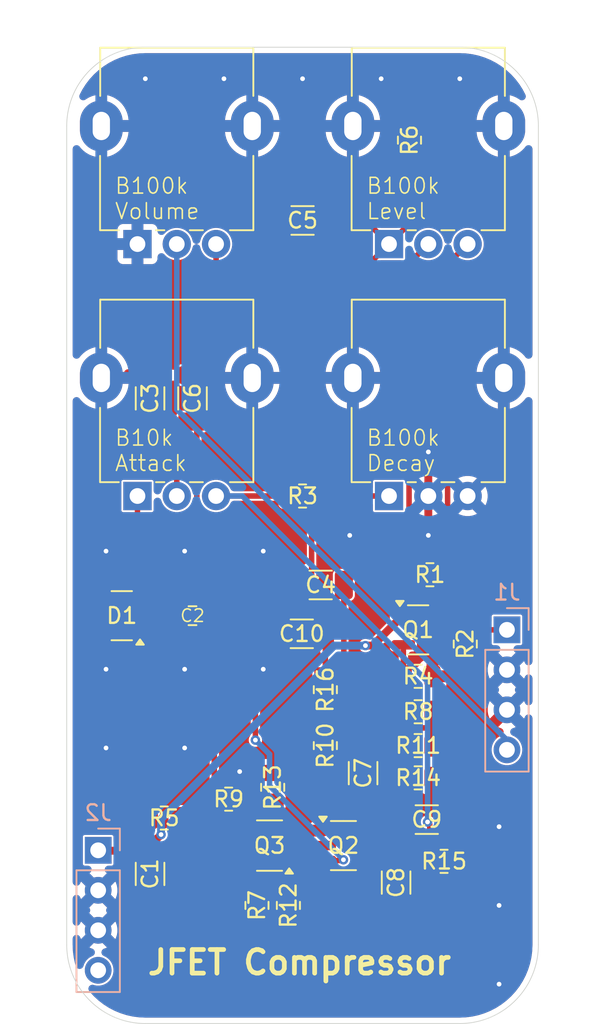
<source format=kicad_pcb>
(kicad_pcb (version 20231212) (generator "pcbnew") (generator_version "9.0")
  (layers (0 "F.Cu" signal) (2 "B.Cu" signal) (13 "F.Paste" user) (15 "B.Paste" user) (5 "F.SilkS" user "F.Silkscreen") (7 "B.SilkS" user "B.Silkscreen") (1 "F.Mask" user) (3 "B.Mask" user) (25 "Edge.Cuts" user))
  (net 0 "")
  (net 1 "GND")
  (net 2 "AMP_OUT")
  (net 3 "LEVEL")
  (net 4 "+V")
  (net 5 "Net-(D1-COM)")
  (net 6 "AMP_IN")
  (net 7 "BUF_IN")
  (net 8 "BASELEVEL")
  (net 9 "Net-(C3-Pad1)")
  (net 10 "OUT")
  (net 11 "IN")
  (net 13 "RECT")
  (net 14 "Net-(D1-K)")
  (net 15 "Net-(C6-Pad2)")
  (net 16 "Net-(C7-Pad1)")
  (net 17 "Net-(Q3A-B1)")
  (net 18 "Net-(Q2B-G)")
  (net 19 "Net-(C9-Pad1)")
  (net 20 "Net-(Q2B-D)")
  (net 21 "Net-(Q3A-E1)")
  (net 22 "Net-(Q3A-C1)")
  (net 23 "Net-(R1-Pad1)")
  (net 24 "Net-(R3-Pad1)")
  (footprint "Resistor_SMD:R_0805_2012Metric" (layer "F.Cu") (at 108.1 96.5 180)
    (property "Reference" "R1" (at 0 0 0) (layer "F.SilkS"))
    (property "Value" "150k")
    (fp_line (start -0.227064 0.735) (end 0.227064 0.735) (stroke (width 0.12)) (layer "F.SilkS"))
    (fp_line (start -0.227064 -0.735) (end 0.227064 -0.735) (stroke (width 0.12)) (layer "F.SilkS"))
    (pad "1" smd roundrect (at -0.9125 0 180) (size 1.025 1.4) (layers "F.Cu" "F.Mask" "F.Paste") (roundrect_rratio 0.243902) (net 23 "Net-(R1-Pad1)"))
    (pad "2" smd roundrect (at 0.9125 0 180) (size 1.025 1.4) (layers "F.Cu" "F.Mask" "F.Paste") (roundrect_rratio 0.243902) (net 4 "+V"))
  )
  (footprint "Capacitor_SMD:C_1206_3216Metric" (layer "F.Cu") (at 90.3 115.5 -90)
    (property "Reference" "C1" (at 0 0 90) (layer "F.SilkS"))
    (property "Value" "22uF")
    (fp_line (start -0.711252 0.91) (end 0.711252 0.91) (stroke (width 0.12)) (layer "F.SilkS"))
    (fp_line (start -0.711252 -0.91) (end 0.711252 -0.91) (stroke (width 0.12)) (layer "F.SilkS"))
    (pad "1" smd roundrect (at -1.475 0 270) (size 1.15 1.8) (layers "F.Cu" "F.Mask" "F.Paste") (roundrect_rratio 0.217391) (net 4 "+V"))
    (pad "2" smd roundrect (at 1.475 0 270) (size 1.15 1.8) (layers "F.Cu" "F.Mask" "F.Paste") (roundrect_rratio 0.217391) (net 1 "GND"))
  )
  (footprint "Mylib:Potentiometer_9mm_MP" (layer "F.Cu") (at 92 84)
    (property "Reference" "RV1" (hide yes))
    (property "Value" "10k Attack" (hide yes))
    (fp_line (start -4.88 6.62) (end -4.88 1.9) (stroke (width 0.12)) (layer "F.SilkS"))
    (fp_line (start -4.87 -1.91) (end -4.87 -4.97) (stroke (width 0.12)) (layer "F.SilkS"))
    (fp_line (start -3.69 6.62) (end -4.87 6.62) (stroke (width 0.12)) (layer "F.SilkS"))
    (fp_line (start -0.79 6.62) (end -1.32 6.62) (stroke (width 0.12)) (layer "F.SilkS"))
    (fp_line (start 1.66 6.62) (end 0.83 6.62) (stroke (width 0.12)) (layer "F.SilkS"))
    (fp_line (start 4.87 -4.97) (end -4.87 -4.97) (stroke (width 0.12)) (layer "F.SilkS"))
    (fp_line (start 4.87 -1.91) (end 4.87 -4.97) (stroke (width 0.12)) (layer "F.SilkS"))
    (fp_line (start 4.87 6.62) (end 3.38 6.62) (stroke (width 0.12)) (layer "F.SilkS"))
    (fp_line (start 4.87 6.62) (end 4.87 1.9) (stroke (width 0.12)) (layer "F.SilkS"))
    (pad "1" thru_hole rect (at -2.5 7.5) (size 1.8 1.8) (drill 1) (layers "*.Cu" "*.Mask") (net 14 "Net-(D1-K)"))
    (pad "2" thru_hole circle (at 0 7.5) (size 1.8 1.8) (drill 1) (layers "*.Cu" "*.Mask") (net 9 "Net-(C3-Pad1)"))
    (pad "3" thru_hole circle (at 2.5 7.5) (size 1.8 1.8) (drill 1) (layers "*.Cu" "*.Mask") (net 13 "RECT"))
    (pad "MP" thru_hole oval (at -4.8 0) (size 2.72 3.24) (drill oval 1.1 1.8) (layers "*.Cu" "*.Mask") (net 1 "GND"))
    (pad "MP" thru_hole oval (at 4.8 0) (size 2.72 3.24) (drill oval 1.1 1.8) (layers "*.Cu" "*.Mask") (net 1 "GND"))
  )
  (footprint "Mylib:C_0704_1810Metric" (layer "F.Cu") (at 93 99.1 180)
    (property "Reference" "C2" (at 0 0 0) (layer "F.SilkS") (effects (font (size 0.8 0.8) (thickness 0.1))))
    (property "Value" "0.1uF")
    (fp_line (start -0.25 0.6) (end 0.25 0.6) (stroke (width 0.12)) (layer "F.SilkS"))
    (fp_line (start -0.25 -0.6) (end 0.25 -0.6) (stroke (width 0.12)) (layer "F.SilkS"))
    (pad "1" smd roundrect (at -0.875 0 180) (size 0.9 1.25) (layers "F.Cu" "F.Mask" "F.Paste") (roundrect_rratio 0.2) (net 2 "AMP_OUT"))
    (pad "2" smd roundrect (at 0.875 0 180) (size 0.9 1.25) (layers "F.Cu" "F.Mask" "F.Paste") (roundrect_rratio 0.2) (net 5 "Net-(D1-COM)"))
  )
  (footprint "Resistor_SMD:R_0805_2012Metric" (layer "F.Cu") (at 100 91.5 180)
    (property "Reference" "R3" (at 0 0 0) (layer "F.SilkS"))
    (property "Value" "100k")
    (fp_line (start -0.227064 0.735) (end 0.227064 0.735) (stroke (width 0.12)) (layer "F.SilkS"))
    (fp_line (start -0.227064 -0.735) (end 0.227064 -0.735) (stroke (width 0.12)) (layer "F.SilkS"))
    (pad "1" smd roundrect (at -0.9125 0 180) (size 1.025 1.4) (layers "F.Cu" "F.Mask" "F.Paste") (roundrect_rratio 0.243902) (net 24 "Net-(R3-Pad1)"))
    (pad "2" smd roundrect (at 0.9125 0 180) (size 1.025 1.4) (layers "F.Cu" "F.Mask" "F.Paste") (roundrect_rratio 0.243902) (net 13 "RECT"))
  )
  (footprint "Package_SO:TSOP-6_1.65x3.05mm_P0.95mm" (layer "F.Cu") (at 97.9 113.7 180)
    (property "Reference" "Q3" (at 0 0 0) (layer "F.SilkS"))
    (property "Value" "NMB2227A")
    (fp_line (start -0.8 1.6) (end 0.8 1.6) (stroke (width 0.12)) (layer "F.SilkS"))
    (fp_line (start -0.8 -1.6) (end 0.8 -1.6) (stroke (width 0.12)) (layer "F.SilkS"))
    (fp_poly (pts (xy -1.25 -1.45) (xy -1.49 -1.78) (xy -1.01 -1.78) (xy -1.25 -1.45)) (stroke (width 0.12)) (fill yes) (layer "F.SilkS"))
    (pad "1" smd rect (at -1.16 -0.95 180) (size 0.7 0.51) (layers "F.Cu" "F.Mask" "F.Paste") (net 17 "Net-(Q3A-B1)"))
    (pad "2" smd rect (at -1.16 0 180) (size 0.7 0.51) (layers "F.Cu" "F.Mask" "F.Paste") (net 4 "+V"))
    (pad "3" smd rect (at -1.16 0.95 180) (size 0.7 0.51) (layers "F.Cu" "F.Mask" "F.Paste") (net 22 "Net-(Q3A-C1)"))
    (pad "4" smd rect (at 1.16 0.95 180) (size 0.7 0.51) (layers "F.Cu" "F.Mask" "F.Paste") (net 2 "AMP_OUT"))
    (pad "5" smd rect (at 1.16 0 180) (size 0.7 0.51) (layers "F.Cu" "F.Mask" "F.Paste") (net 21 "Net-(Q3A-E1)"))
    (pad "6" smd rect (at 1.16 -0.95 180) (size 0.7 0.51) (layers "F.Cu" "F.Mask" "F.Paste") (net 22 "Net-(Q3A-C1)"))
  )
  (footprint "Capacitor_SMD:C_1206_3216Metric" (layer "F.Cu") (at 99.95 100.25)
    (property "Reference" "C10" (at 0 0 0) (layer "F.SilkS"))
    (property "Value" "4.7uF")
    (fp_line (start -0.711252 -0.91) (end 0.711252 -0.91) (stroke (width 0.12)) (layer "F.SilkS"))
    (fp_line (start -0.711252 0.91) (end 0.711252 0.91) (stroke (width 0.12)) (layer "F.SilkS"))
    (pad "1" smd roundrect (at -1.475 0) (size 1.15 1.8) (layers "F.Cu" "F.Mask" "F.Paste") (roundrect_rratio 0.217391) (net 1 "GND"))
    (pad "2" smd roundrect (at 1.475 0) (size 1.15 1.8) (layers "F.Cu" "F.Mask" "F.Paste") (roundrect_rratio 0.217391) (net 20 "Net-(Q2B-D)"))
  )
  (footprint "Capacitor_SMD:C_1206_3216Metric" (layer "F.Cu") (at 100 74 180)
    (property "Reference" "C5" (at 0 0 0) (layer "F.SilkS"))
    (property "Value" "1uF")
    (fp_line (start -0.711252 0.91) (end 0.711252 0.91) (stroke (width 0.12)) (layer "F.SilkS"))
    (fp_line (start -0.711252 -0.91) (end 0.711252 -0.91) (stroke (width 0.12)) (layer "F.SilkS"))
    (pad "1" smd roundrect (at -1.475 0 180) (size 1.15 1.8) (layers "F.Cu" "F.Mask" "F.Paste") (roundrect_rratio 0.217391) (net 8 "BASELEVEL"))
    (pad "2" smd roundrect (at 1.475 0 180) (size 1.15 1.8) (layers "F.Cu" "F.Mask" "F.Paste") (roundrect_rratio 0.217391) (net 1 "GND"))
  )
  (footprint "Mylib:Potentiometer_9mm_MP" (layer "F.Cu") (at 108 84)
    (property "Reference" "RV3" (hide yes))
    (property "Value" "100k Decay" (hide yes))
    (fp_line (start -4.88 6.62) (end -4.88 1.9) (stroke (width 0.12)) (layer "F.SilkS"))
    (fp_line (start -4.87 -1.91) (end -4.87 -4.97) (stroke (width 0.12)) (layer "F.SilkS"))
    (fp_line (start -3.69 6.62) (end -4.87 6.62) (stroke (width 0.12)) (layer "F.SilkS"))
    (fp_line (start -0.79 6.62) (end -1.32 6.62) (stroke (width 0.12)) (layer "F.SilkS"))
    (fp_line (start 1.66 6.62) (end 0.83 6.62) (stroke (width 0.12)) (layer "F.SilkS"))
    (fp_line (start 4.87 -4.97) (end -4.87 -4.97) (stroke (width 0.12)) (layer "F.SilkS"))
    (fp_line (start 4.87 -1.91) (end 4.87 -4.97) (stroke (width 0.12)) (layer "F.SilkS"))
    (fp_line (start 4.87 6.62) (end 3.38 6.62) (stroke (width 0.12)) (layer "F.SilkS"))
    (fp_line (start 4.87 6.62) (end 4.87 1.9) (stroke (width 0.12)) (layer "F.SilkS"))
    (pad "1" thru_hole rect (at -2.5 7.5) (size 1.8 1.8) (drill 1) (layers "*.Cu" "*.Mask") (net 24 "Net-(R3-Pad1)"))
    (pad "2" thru_hole circle (at 0 7.5) (size 1.8 1.8) (drill 1) (layers "*.Cu" "*.Mask") (net 1 "GND"))
    (pad "3" thru_hole circle (at 2.5 7.5) (size 1.8 1.8) (drill 1) (layers "*.Cu" "*.Mask") (net 1 "GND"))
    (pad "MP" thru_hole oval (at -4.8 0) (size 2.72 3.24) (drill oval 1.1 1.8) (layers "*.Cu" "*.Mask") (net 1 "GND"))
    (pad "MP" thru_hole oval (at 4.8 0) (size 2.72 3.24) (drill oval 1.1 1.8) (layers "*.Cu" "*.Mask") (net 1 "GND"))
  )
  (footprint "Package_TO_SOT_SMD:SOT-23" (layer "F.Cu") (at 107.35 100)
    (property "Reference" "Q1" (at 0 0 0) (layer "F.SilkS"))
    (property "Value" "MMBF5103")
    (fp_line (start 0 -1.56) (end -0.65 -1.56) (stroke (width 0.12)) (layer "F.SilkS"))
    (fp_line (start 0 -1.56) (end 0.65 -1.56) (stroke (width 0.12)) (layer "F.SilkS"))
    (fp_line (start 0 1.56) (end -0.65 1.56) (stroke (width 0.12)) (layer "F.SilkS"))
    (fp_line (start 0 1.56) (end 0.65 1.56) (stroke (width 0.12)) (layer "F.SilkS"))
    (fp_poly (pts (xy -1.1625 -1.51) (xy -1.4025 -1.84) (xy -0.9225 -1.84)) (stroke (width 0.12)) (fill yes) (layer "F.SilkS"))
    (pad "1" smd roundrect (at -0.9375 -0.95) (size 1.475 0.6) (layers "F.Cu" "F.Mask" "F.Paste") (net 4 "+V"))
    (pad "2" smd roundrect (at -0.9375 0.95) (size 1.475 0.6) (layers "F.Cu" "F.Mask" "F.Paste") (net 7 "BUF_IN"))
    (pad "3" smd roundrect (at 0.9375 0) (size 1.475 0.6) (layers "F.Cu" "F.Mask" "F.Paste") (net 11 "IN"))
  )
  (footprint "Capacitor_SMD:C_1206_3216Metric" (layer "F.Cu") (at 103.85 109.1 -90)
    (property "Reference" "C7" (at 0 0 90) (layer "F.SilkS"))
    (property "Value" "4.7uF")
    (fp_line (start -0.711252 0.91) (end 0.711252 0.91) (stroke (width 0.12)) (layer "F.SilkS"))
    (fp_line (start -0.711252 -0.91) (end 0.711252 -0.91) (stroke (width 0.12)) (layer "F.SilkS"))
    (pad "1" smd roundrect (at -1.475 0 270) (size 1.15 1.8) (layers "F.Cu" "F.Mask" "F.Paste") (roundrect_rratio 0.217391) (net 16 "Net-(C7-Pad1)"))
    (pad "2" smd roundrect (at 1.475 0 270) (size 1.15 1.8) (layers "F.Cu" "F.Mask" "F.Paste") (roundrect_rratio 0.217391) (net 6 "AMP_IN"))
  )
  (footprint "Resistor_SMD:R_0805_2012Metric" (layer "F.Cu") (at 95.3 110.75)
    (property "Reference" "R9" (at 0 0 0) (layer "F.SilkS"))
    (property "Value" "6k8")
    (fp_line (start -0.227064 -0.735) (end 0.227064 -0.735) (stroke (width 0.12)) (layer "F.SilkS"))
    (fp_line (start -0.227064 0.735) (end 0.227064 0.735) (stroke (width 0.12)) (layer "F.SilkS"))
    (pad "1" smd roundrect (at -0.9125 0) (size 1.025 1.4) (layers "F.Cu" "F.Mask" "F.Paste") (roundrect_rratio 0.243902) (net 2 "AMP_OUT"))
    (pad "2" smd roundrect (at 0.9125 0) (size 1.025 1.4) (layers "F.Cu" "F.Mask" "F.Paste") (roundrect_rratio 0.243902) (net 21 "Net-(Q3A-E1)"))
  )
  (footprint "Resistor_SMD:R_0805_2012Metric" (layer "F.Cu") (at 107.35 109.4)
    (property "Reference" "R14" (at 0 0 0) (layer "F.SilkS"))
    (property "Value" "100k")
    (fp_line (start -0.227064 -0.735) (end 0.227064 -0.735) (stroke (width 0.12)) (layer "F.SilkS"))
    (fp_line (start -0.227064 0.735) (end 0.227064 0.735) (stroke (width 0.12)) (layer "F.SilkS"))
    (pad "1" smd roundrect (at -0.9125 0) (size 1.025 1.4) (layers "F.Cu" "F.Mask" "F.Paste") (roundrect_rratio 0.243902) (net 19 "Net-(C9-Pad1)"))
    (pad "2" smd roundrect (at 0.9125 0) (size 1.025 1.4) (layers "F.Cu" "F.Mask" "F.Paste") (roundrect_rratio 0.243902) (net 1 "GND"))
  )
  (footprint "Capacitor_SMD:C_1206_3216Metric" (layer "F.Cu") (at 107.9 112.05)
    (property "Reference" "C9" (at 0 0 0) (layer "F.SilkS"))
    (property "Value" "0.47uF")
    (fp_line (start -0.711252 -0.91) (end 0.711252 -0.91) (stroke (width 0.12)) (layer "F.SilkS"))
    (fp_line (start -0.711252 0.91) (end 0.711252 0.91) (stroke (width 0.12)) (layer "F.SilkS"))
    (pad "1" smd roundrect (at -1.475 0) (size 1.15 1.8) (layers "F.Cu" "F.Mask" "F.Paste") (roundrect_rratio 0.217391) (net 19 "Net-(C9-Pad1)"))
    (pad "2" smd roundrect (at 1.475 0) (size 1.15 1.8) (layers "F.Cu" "F.Mask" "F.Paste") (roundrect_rratio 0.217391) (net 18 "Net-(Q2B-G)"))
  )
  (footprint "Resistor_SMD:R_0805_2012Metric" (layer "F.Cu") (at 106.8 68.9 90)
    (property "Reference" "R6" (at 0 0 90) (layer "F.SilkS"))
    (property "Value" "10k")
    (fp_line (start -0.227064 -0.735) (end 0.227064 -0.735) (stroke (width 0.12)) (layer "F.SilkS"))
    (fp_line (start -0.227064 0.735) (end 0.227064 0.735) (stroke (width 0.12)) (layer "F.SilkS"))
    (pad "1" smd roundrect (at -0.9125 0 90) (size 1.025 1.4) (layers "F.Cu" "F.Mask" "F.Paste") (roundrect_rratio 0.243902) (net 8 "BASELEVEL"))
    (pad "2" smd roundrect (at 0.9125 0 90) (size 1.025 1.4) (layers "F.Cu" "F.Mask" "F.Paste") (roundrect_rratio 0.243902) (net 1 "GND"))
  )
  (footprint "Package_TO_SOT_SMD:SOT-23-6" (layer "F.Cu") (at 102.6 113.7)
    (property "Reference" "Q2" (at 0 0 0) (layer "F.SilkS"))
    (property "Value" "LS844")
    (fp_line (start 0 -1.56) (end -0.8 -1.56) (stroke (width 0.12)) (layer "F.SilkS"))
    (fp_line (start 0 -1.56) (end 0.8 -1.56) (stroke (width 0.12)) (layer "F.SilkS"))
    (fp_line (start 0 1.56) (end -0.8 1.56) (stroke (width 0.12)) (layer "F.SilkS"))
    (fp_line (start 0 1.56) (end 0.8 1.56) (stroke (width 0.12)) (layer "F.SilkS"))
    (fp_poly (pts (xy -1.3 -1.51) (xy -1.54 -1.84) (xy -1.06 -1.84)) (stroke (width 0.12)) (fill yes) (layer "F.SilkS"))
    (pad "1" smd roundrect (at -1.1375 -0.95) (size 1.325 0.6) (layers "F.Cu" "F.Mask" "F.Paste") (net 1 "GND"))
    (pad "2" smd roundrect (at -1.1375 0) (size 1.325 0.6) (layers "F.Cu" "F.Mask" "F.Paste") (net 4 "+V"))
    (pad "3" smd roundrect (at -1.1375 0.95) (size 1.325 0.6) (layers "F.Cu" "F.Mask" "F.Paste") (net 8 "BASELEVEL"))
    (pad "4" smd roundrect (at 1.1375 0.95) (size 1.325 0.6) (layers "F.Cu" "F.Mask" "F.Paste") (net 18 "Net-(Q2B-G)"))
    (pad "5" smd roundrect (at 1.1375 0) (size 1.325 0.6) (layers "F.Cu" "F.Mask" "F.Paste") (net 20 "Net-(Q2B-D)"))
    (pad "6" smd roundrect (at 1.1375 -0.95) (size 1.325 0.6) (layers "F.Cu" "F.Mask" "F.Paste") (net 6 "AMP_IN"))
  )
  (footprint "Resistor_SMD:R_0805_2012Metric" (layer "F.Cu") (at 98.1 110 90)
    (property "Reference" "R13" (at 0 0 90) (layer "F.SilkS"))
    (property "Value" "1k")
    (fp_line (start -0.227064 -0.735) (end 0.227064 -0.735) (stroke (width 0.12)) (layer "F.SilkS"))
    (fp_line (start -0.227064 0.735) (end 0.227064 0.735) (stroke (width 0.12)) (layer "F.SilkS"))
    (pad "1" smd roundrect (at -0.9125 0 90) (size 1.025 1.4) (layers "F.Cu" "F.Mask" "F.Paste") (roundrect_rratio 0.243902) (net 21 "Net-(Q3A-E1)"))
    (pad "2" smd roundrect (at 0.9125 0 90) (size 1.025 1.4) (layers "F.Cu" "F.Mask" "F.Paste") (roundrect_rratio 0.243902) (net 1 "GND"))
  )
  (footprint "Mylib:Potentiometer_9mm_MP" (layer "F.Cu") (at 92 68)
    (property "Reference" "RV4" (hide yes))
    (property "Value" "100k Volume" (hide yes))
    (fp_line (start -4.88 6.62) (end -4.88 1.9) (stroke (width 0.12)) (layer "F.SilkS"))
    (fp_line (start -4.87 -1.91) (end -4.87 -4.97) (stroke (width 0.12)) (layer "F.SilkS"))
    (fp_line (start -3.69 6.62) (end -4.87 6.62) (stroke (width 0.12)) (layer "F.SilkS"))
    (fp_line (start -0.79 6.62) (end -1.32 6.62) (stroke (width 0.12)) (layer "F.SilkS"))
    (fp_line (start 1.66 6.62) (end 0.83 6.62) (stroke (width 0.12)) (layer "F.SilkS"))
    (fp_line (start 4.87 -4.97) (end -4.87 -4.97) (stroke (width 0.12)) (layer "F.SilkS"))
    (fp_line (start 4.87 -1.91) (end 4.87 -4.97) (stroke (width 0.12)) (layer "F.SilkS"))
    (fp_line (start 4.87 6.62) (end 3.38 6.62) (stroke (width 0.12)) (layer "F.SilkS"))
    (fp_line (start 4.87 6.62) (end 4.87 1.9) (stroke (width 0.12)) (layer "F.SilkS"))
    (pad "1" thru_hole rect (at -2.5 7.5) (size 1.8 1.8) (drill 1) (layers "*.Cu" "*.Mask") (net 1 "GND"))
    (pad "2" thru_hole circle (at 0 7.5) (size 1.8 1.8) (drill 1) (layers "*.Cu" "*.Mask") (net 10 "OUT"))
    (pad "3" thru_hole circle (at 2.5 7.5) (size 1.8 1.8) (drill 1) (layers "*.Cu" "*.Mask") (net 15 "Net-(C6-Pad2)"))
    (pad "MP" thru_hole oval (at -4.8 0) (size 2.72 3.24) (drill oval 1.1 1.8) (layers "*.Cu" "*.Mask") (net 1 "GND"))
    (pad "MP" thru_hole oval (at 4.8 0) (size 2.72 3.24) (drill oval 1.1 1.8) (layers "*.Cu" "*.Mask") (net 1 "GND"))
  )
  (footprint "Capacitor_SMD:C_1206_3216Metric" (layer "F.Cu") (at 105.95 116.05 -90)
    (property "Reference" "C8" (at 0 0 90) (layer "F.SilkS"))
    (property "Value" "4.7uF")
    (fp_line (start -0.711252 0.91) (end 0.711252 0.91) (stroke (width 0.12)) (layer "F.SilkS"))
    (fp_line (start -0.711252 -0.91) (end 0.711252 -0.91) (stroke (width 0.12)) (layer "F.SilkS"))
    (pad "1" smd roundrect (at -1.475 0 270) (size 1.15 1.8) (layers "F.Cu" "F.Mask" "F.Paste") (roundrect_rratio 0.217391) (net 6 "AMP_IN"))
    (pad "2" smd roundrect (at 1.475 0 270) (size 1.15 1.8) (layers "F.Cu" "F.Mask" "F.Paste") (roundrect_rratio 0.217391) (net 17 "Net-(Q3A-B1)"))
  )
  (footprint "Mylib:Potentiometer_9mm_MP" (layer "F.Cu") (at 108 68)
    (property "Reference" "RV2" (hide yes))
    (property "Value" "100k Level" (hide yes))
    (fp_line (start -4.88 6.62) (end -4.88 1.9) (stroke (width 0.12)) (layer "F.SilkS"))
    (fp_line (start -4.87 -1.91) (end -4.87 -4.97) (stroke (width 0.12)) (layer "F.SilkS"))
    (fp_line (start -3.69 6.62) (end -4.87 6.62) (stroke (width 0.12)) (layer "F.SilkS"))
    (fp_line (start -0.79 6.62) (end -1.32 6.62) (stroke (width 0.12)) (layer "F.SilkS"))
    (fp_line (start 1.66 6.62) (end 0.83 6.62) (stroke (width 0.12)) (layer "F.SilkS"))
    (fp_line (start 4.87 -4.97) (end -4.87 -4.97) (stroke (width 0.12)) (layer "F.SilkS"))
    (fp_line (start 4.87 -1.91) (end 4.87 -4.97) (stroke (width 0.12)) (layer "F.SilkS"))
    (fp_line (start 4.87 6.62) (end 3.38 6.62) (stroke (width 0.12)) (layer "F.SilkS"))
    (fp_line (start 4.87 6.62) (end 4.87 1.9) (stroke (width 0.12)) (layer "F.SilkS"))
    (pad "1" thru_hole rect (at -2.5 7.5) (size 1.8 1.8) (drill 1) (layers "*.Cu" "*.Mask") (net 8 "BASELEVEL"))
    (pad "2" thru_hole circle (at 0 7.5) (size 1.8 1.8) (drill 1) (layers "*.Cu" "*.Mask") (net 3 "LEVEL"))
    (pad "3" thru_hole circle (at 2.5 7.5) (size 1.8 1.8) (drill 1) (layers "*.Cu" "*.Mask") (net 23 "Net-(R1-Pad1)"))
    (pad "MP" thru_hole oval (at -4.8 0) (size 2.72 3.24) (drill oval 1.1 1.8) (layers "*.Cu" "*.Mask") (net 1 "GND"))
    (pad "MP" thru_hole oval (at 4.8 0) (size 2.72 3.24) (drill oval 1.1 1.8) (layers "*.Cu" "*.Mask") (net 1 "GND"))
  )
  (footprint "Capacitor_SMD:C_1206_3216Metric" (layer "F.Cu") (at 93 85.3 90)
    (property "Reference" "C6" (at 0 0 90) (layer "F.SilkS"))
    (property "Value" "4.7uF")
    (fp_line (start -0.711252 -0.91) (end 0.711252 -0.91) (stroke (width 0.12)) (layer "F.SilkS"))
    (fp_line (start -0.711252 0.91) (end 0.711252 0.91) (stroke (width 0.12)) (layer "F.SilkS"))
    (pad "1" smd roundrect (at -1.475 0 90) (size 1.15 1.8) (layers "F.Cu" "F.Mask" "F.Paste") (roundrect_rratio 0.217391) (net 2 "AMP_OUT"))
    (pad "2" smd roundrect (at 1.475 0 90) (size 1.15 1.8) (layers "F.Cu" "F.Mask" "F.Paste") (roundrect_rratio 0.217391) (net 15 "Net-(C6-Pad2)"))
  )
  (footprint "Resistor_SMD:R_0805_2012Metric" (layer "F.Cu") (at 109 114.7)
    (property "Reference" "R15" (at 0 0 0) (layer "F.SilkS"))
    (property "Value" "1MEG")
    (fp_line (start -0.227064 -0.735) (end 0.227064 -0.735) (stroke (width 0.12)) (layer "F.SilkS"))
    (fp_line (start -0.227064 0.735) (end 0.227064 0.735) (stroke (width 0.12)) (layer "F.SilkS"))
    (pad "1" smd roundrect (at -0.9125 0) (size 1.025 1.4) (layers "F.Cu" "F.Mask" "F.Paste") (roundrect_rratio 0.243902) (net 13 "RECT"))
    (pad "2" smd roundrect (at 0.9125 0) (size 1.025 1.4) (layers "F.Cu" "F.Mask" "F.Paste") (roundrect_rratio 0.243902) (net 18 "Net-(Q2B-G)"))
  )
  (footprint "Resistor_SMD:R_0805_2012Metric" (layer "F.Cu") (at 91.2 111.95)
    (property "Reference" "R5" (at 0 0 0) (layer "F.SilkS"))
    (property "Value" "620")
    (fp_line (start -0.227064 -0.735) (end 0.227064 -0.735) (stroke (width 0.12)) (layer "F.SilkS"))
    (fp_line (start -0.227064 0.735) (end 0.227064 0.735) (stroke (width 0.12)) (layer "F.SilkS"))
    (pad "1" smd roundrect (at -0.9125 0) (size 1.025 1.4) (layers "F.Cu" "F.Mask" "F.Paste") (roundrect_rratio 0.243902) (net 4 "+V"))
    (pad "2" smd roundrect (at 0.9125 0) (size 1.025 1.4) (layers "F.Cu" "F.Mask" "F.Paste") (roundrect_rratio 0.243902) (net 22 "Net-(Q3A-C1)"))
  )
  (footprint "Resistor_SMD:R_0805_2012Metric" (layer "F.Cu") (at 110.35 100.9 -90)
    (property "Reference" "R2" (at 0 0 90) (layer "F.SilkS"))
    (property "Value" "1MEG")
    (fp_line (start -0.227064 0.735) (end 0.227064 0.735) (stroke (width 0.12)) (layer "F.SilkS"))
    (fp_line (start -0.227064 -0.735) (end 0.227064 -0.735) (stroke (width 0.12)) (layer "F.SilkS"))
    (pad "1" smd roundrect (at -0.9125 0 270) (size 1.025 1.4) (layers "F.Cu" "F.Mask" "F.Paste") (roundrect_rratio 0.243902) (net 11 "IN"))
    (pad "2" smd roundrect (at 0.9125 0 270) (size 1.025 1.4) (layers "F.Cu" "F.Mask" "F.Paste") (roundrect_rratio 0.243902) (net 1 "GND"))
  )
  (footprint "Capacitor_SMD:C_1206_3216Metric" (layer "F.Cu") (at 101.15 97.15 180)
    (property "Reference" "C4" (at 0 0 0) (layer "F.SilkS"))
    (property "Value" "1uF")
    (fp_line (start -0.711252 0.91) (end 0.711252 0.91) (stroke (width 0.12)) (layer "F.SilkS"))
    (fp_line (start -0.711252 -0.91) (end 0.711252 -0.91) (stroke (width 0.12)) (layer "F.SilkS"))
    (pad "1" smd roundrect (at -1.475 0 180) (size 1.15 1.8) (layers "F.Cu" "F.Mask" "F.Paste") (roundrect_rratio 0.217391) (net 3 "LEVEL"))
    (pad "2" smd roundrect (at 1.475 0 180) (size 1.15 1.8) (layers "F.Cu" "F.Mask" "F.Paste") (roundrect_rratio 0.217391) (net 1 "GND"))
  )
  (footprint "Resistor_SMD:R_0805_2012Metric" (layer "F.Cu") (at 99.1 117.5 90)
    (property "Reference" "R12" (at 0 0 90) (layer "F.SilkS"))
    (property "Value" "10k")
    (fp_line (start -0.227064 -0.735) (end 0.227064 -0.735) (stroke (width 0.12)) (layer "F.SilkS"))
    (fp_line (start -0.227064 0.735) (end 0.227064 0.735) (stroke (width 0.12)) (layer "F.SilkS"))
    (pad "1" smd roundrect (at -0.9125 0 90) (size 1.025 1.4) (layers "F.Cu" "F.Mask" "F.Paste") (roundrect_rratio 0.243902) (net 1 "GND"))
    (pad "2" smd roundrect (at 0.9125 0 90) (size 1.025 1.4) (layers "F.Cu" "F.Mask" "F.Paste") (roundrect_rratio 0.243902) (net 17 "Net-(Q3A-B1)"))
  )
  (footprint "Resistor_SMD:R_0805_2012Metric" (layer "F.Cu") (at 107.35 107.35 180)
    (property "Reference" "R11" (at 0 0 0) (layer "F.SilkS"))
    (property "Value" "100k")
    (fp_line (start -0.227064 0.735) (end 0.227064 0.735) (stroke (width 0.12)) (layer "F.SilkS"))
    (fp_line (start -0.227064 -0.735) (end 0.227064 -0.735) (stroke (width 0.12)) (layer "F.SilkS"))
    (pad "1" smd roundrect (at -0.9125 0 180) (size 1.025 1.4) (layers "F.Cu" "F.Mask" "F.Paste") (roundrect_rratio 0.243902) (net 16 "Net-(C7-Pad1)"))
    (pad "2" smd roundrect (at 0.9125 0 180) (size 1.025 1.4) (layers "F.Cu" "F.Mask" "F.Paste") (roundrect_rratio 0.243902) (net 19 "Net-(C9-Pad1)"))
  )
  (footprint "Resistor_SMD:R_0805_2012Metric" (layer "F.Cu") (at 107.35 102.95)
    (property "Reference" "R4" (at 0 0 0) (layer "F.SilkS"))
    (property "Value" "3k3")
    (fp_line (start -0.227064 -0.735) (end 0.227064 -0.735) (stroke (width 0.12)) (layer "F.SilkS"))
    (fp_line (start -0.227064 0.735) (end 0.227064 0.735) (stroke (width 0.12)) (layer "F.SilkS"))
    (pad "1" smd roundrect (at -0.9125 0) (size 1.025 1.4) (layers "F.Cu" "F.Mask" "F.Paste") (roundrect_rratio 0.243902) (net 7 "BUF_IN"))
    (pad "2" smd roundrect (at 0.9125 0) (size 1.025 1.4) (layers "F.Cu" "F.Mask" "F.Paste") (roundrect_rratio 0.243902) (net 1 "GND"))
  )
  (footprint "Resistor_SMD:R_0805_2012Metric" (layer "F.Cu") (at 97.1 117.5 90)
    (property "Reference" "R7" (at 0 0 90) (layer "F.SilkS"))
    (property "Value" "33k")
    (fp_line (start -0.227064 -0.735) (end 0.227064 -0.735) (stroke (width 0.12)) (layer "F.SilkS"))
    (fp_line (start -0.227064 0.735) (end 0.227064 0.735) (stroke (width 0.12)) (layer "F.SilkS"))
    (pad "1" smd roundrect (at -0.9125 0 90) (size 1.025 1.4) (layers "F.Cu" "F.Mask" "F.Paste") (roundrect_rratio 0.243902) (net 17 "Net-(Q3A-B1)"))
    (pad "2" smd roundrect (at 0.9125 0 90) (size 1.025 1.4) (layers "F.Cu" "F.Mask" "F.Paste") (roundrect_rratio 0.243902) (net 4 "+V"))
  )
  (footprint "Resistor_SMD:R_0805_2012Metric" (layer "F.Cu") (at 107.35 105.2)
    (property "Reference" "R8" (at 0 0 0) (layer "F.SilkS"))
    (property "Value" "10k")
    (fp_line (start -0.227064 -0.735) (end 0.227064 -0.735) (stroke (width 0.12)) (layer "F.SilkS"))
    (fp_line (start -0.227064 0.735) (end 0.227064 0.735) (stroke (width 0.12)) (layer "F.SilkS"))
    (pad "1" smd roundrect (at -0.9125 0) (size 1.025 1.4) (layers "F.Cu" "F.Mask" "F.Paste") (roundrect_rratio 0.243902) (net 7 "BUF_IN"))
    (pad "2" smd roundrect (at 0.9125 0) (size 1.025 1.4) (layers "F.Cu" "F.Mask" "F.Paste") (roundrect_rratio 0.243902) (net 16 "Net-(C7-Pad1)"))
  )
  (footprint "Capacitor_SMD:C_1206_3216Metric" (layer "F.Cu") (at 90.3 85.3 90)
    (property "Reference" "C3" (at 0 0 90) (layer "F.SilkS"))
    (property "Value" "0.47uF")
    (fp_line (start -0.711252 -0.91) (end 0.711252 -0.91) (stroke (width 0.12)) (layer "F.SilkS"))
    (fp_line (start -0.711252 0.91) (end 0.711252 0.91) (stroke (width 0.12)) (layer "F.SilkS"))
    (pad "1" smd roundrect (at -1.475 0 90) (size 1.15 1.8) (layers "F.Cu" "F.Mask" "F.Paste") (roundrect_rratio 0.217391) (net 9 "Net-(C3-Pad1)"))
    (pad "2" smd roundrect (at 1.475 0 90) (size 1.15 1.8) (layers "F.Cu" "F.Mask" "F.Paste") (roundrect_rratio 0.217391) (net 1 "GND"))
  )
  (footprint "Resistor_SMD:R_0805_2012Metric" (layer "F.Cu") (at 101.45 107.35 -90)
    (property "Reference" "R10" (at 0 0 90) (layer "F.SilkS"))
    (property "Value" "100k")
    (fp_line (start -0.227064 0.735) (end 0.227064 0.735) (stroke (width 0.12)) (layer "F.SilkS"))
    (fp_line (start -0.227064 -0.735) (end 0.227064 -0.735) (stroke (width 0.12)) (layer "F.SilkS"))
    (pad "1" smd roundrect (at -0.9125 0 270) (size 1.025 1.4) (layers "F.Cu" "F.Mask" "F.Paste") (roundrect_rratio 0.243902) (net 3 "LEVEL"))
    (pad "2" smd roundrect (at 0.9125 0 270) (size 1.025 1.4) (layers "F.Cu" "F.Mask" "F.Paste") (roundrect_rratio 0.243902) (net 6 "AMP_IN"))
  )
  (footprint "Resistor_SMD:R_0805_2012Metric" (layer "F.Cu") (at 101.45 103.8 90)
    (property "Reference" "R16" (at 0 0 90) (layer "F.SilkS"))
    (property "Value" "100k")
    (fp_line (start -0.227064 -0.735) (end 0.227064 -0.735) (stroke (width 0.12)) (layer "F.SilkS"))
    (fp_line (start -0.227064 0.735) (end 0.227064 0.735) (stroke (width 0.12)) (layer "F.SilkS"))
    (pad "1" smd roundrect (at -0.9125 0 90) (size 1.025 1.4) (layers "F.Cu" "F.Mask" "F.Paste") (roundrect_rratio 0.243902) (net 3 "LEVEL"))
    (pad "2" smd roundrect (at 0.9125 0 90) (size 1.025 1.4) (layers "F.Cu" "F.Mask" "F.Paste") (roundrect_rratio 0.243902) (net 20 "Net-(Q2B-D)"))
  )
  (footprint "Package_TO_SOT_SMD:SOT-23" (layer "F.Cu") (at 88.5 99.1 180)
    (property "Reference" "D1" (at 0 0 0) (layer "F.SilkS"))
    (property "Value" "BAT54S-SOT-23-3")
    (fp_line (start 0 1.56) (end 0.65 1.56) (stroke (width 0.12)) (layer "F.SilkS"))
    (fp_line (start 0 1.56) (end -0.65 1.56) (stroke (width 0.12)) (layer "F.SilkS"))
    (fp_line (start 0 -1.56) (end 0.65 -1.56) (stroke (width 0.12)) (layer "F.SilkS"))
    (fp_line (start 0 -1.56) (end -0.65 -1.56) (stroke (width 0.12)) (layer "F.SilkS"))
    (fp_poly (pts (xy -1.1625 -1.51) (xy -1.4025 -1.84) (xy -0.9225 -1.84)) (stroke (width 0.12)) (fill yes) (layer "F.SilkS"))
    (pad "1" smd roundrect (at -0.9375 -0.95 180) (size 1.475 0.6) (layers "F.Cu" "F.Mask" "F.Paste") (net 1 "GND"))
    (pad "2" smd roundrect (at -0.9375 0.95 180) (size 1.475 0.6) (layers "F.Cu" "F.Mask" "F.Paste") (net 14 "Net-(D1-K)"))
    (pad "3" smd roundrect (at 0.9375 0 180) (size 1.475 0.6) (layers "F.Cu" "F.Mask" "F.Paste") (net 5 "Net-(D1-COM)"))
  )
  (footprint "Connector_PinHeader_2.54mm:PinHeader_1x04_P2.54mm_Vertical" (layer "B.Cu") (at 113 100 180)
    (property "Reference" "J1" (at 0 2.38 0) (layer "B.SilkS") (effects (justify mirror)))
    (property "Value" "Conn_01x04_Pin")
    (fp_line (start 1.38 -1.27) (end 1.38 -9) (stroke (width 0.12)) (layer "B.SilkS"))
    (fp_line (start -1.38 1.38) (end 0 1.38) (stroke (width 0.12)) (layer "B.SilkS"))
    (fp_line (start -1.38 0) (end -1.38 1.38) (stroke (width 0.12)) (layer "B.SilkS"))
    (fp_line (start -1.38 -1.27) (end 1.38 -1.27) (stroke (width 0.12)) (layer "B.SilkS"))
    (fp_line (start -1.38 -1.27) (end -1.38 -9) (stroke (width 0.12)) (layer "B.SilkS"))
    (fp_line (start -1.38 -9) (end 1.38 -9) (stroke (width 0.12)) (layer "B.SilkS"))
    (pad "1" thru_hole rect (at 0 0 180) (size 1.7 1.7) (drill 1) (layers "*.Cu" "*.Mask") (net 11 "IN"))
    (pad "2" thru_hole circle (at 0 -2.54 180) (size 1.7 1.7) (drill 1) (layers "*.Cu" "*.Mask") (net 1 "GND"))
    (pad "3" thru_hole circle (at 0 -5.08 180) (size 1.7 1.7) (drill 1) (layers "*.Cu" "*.Mask") (net 1 "GND"))
    (pad "4" thru_hole circle (at 0 -7.62 180) (size 1.7 1.7) (drill 1) (layers "*.Cu" "*.Mask") (net 10 "OUT"))
  )
  (footprint "Connector_PinHeader_2.54mm:PinHeader_1x04_P2.54mm_Vertical" (layer "B.Cu") (at 87 114 180)
    (property "Reference" "J2" (at 0 2.38 0) (layer "B.SilkS") (effects (justify mirror)))
    (property "Value" "Conn_01x04_Pin")
    (fp_line (start 1.38 -1.27) (end 1.38 -9) (stroke (width 0.12)) (layer "B.SilkS"))
    (fp_line (start -1.38 1.38) (end 0 1.38) (stroke (width 0.12)) (layer "B.SilkS"))
    (fp_line (start -1.38 0) (end -1.38 1.38) (stroke (width 0.12)) (layer "B.SilkS"))
    (fp_line (start -1.38 -1.27) (end 1.38 -1.27) (stroke (width 0.12)) (layer "B.SilkS"))
    (fp_line (start -1.38 -1.27) (end -1.38 -9) (stroke (width 0.12)) (layer "B.SilkS"))
    (fp_line (start -1.38 -9) (end 1.38 -9) (stroke (width 0.12)) (layer "B.SilkS"))
    (pad "1" thru_hole rect (at 0 0 180) (size 1.7 1.7) (drill 1) (layers "*.Cu" "*.Mask") (net 4 "+V"))
    (pad "2" thru_hole circle (at 0 -2.54 180) (size 1.7 1.7) (drill 1) (layers "*.Cu" "*.Mask") (net 1 "GND"))
    (pad "3" thru_hole circle (at 0 -5.08 180) (size 1.7 1.7) (drill 1) (layers "*.Cu" "*.Mask") (net 1 "GND"))
    (pad "4" thru_hole circle (at 0 -7.62 180) (size 1.7 1.7) (drill 1) (layers "*.Cu" "*.Mask"))
  )
  (gr_arc (start 115 120) (mid 113.535534 123.535534) (end 110 125) (stroke (width 0.05)) (layer "Edge.Cuts"))
  (gr_line (start 115 68) (end 115 120) (stroke (width 0.05)) (layer "Edge.Cuts"))
  (gr_line (start 85 120) (end 85 68) (stroke (width 0.05)) (layer "Edge.Cuts"))
  (gr_line (start 90 63) (end 110 63) (stroke (width 0.05)) (layer "Edge.Cuts"))
  (gr_arc (start 90 125) (mid 86.464466 123.535534) (end 85 120) (stroke (width 0.05)) (layer "Edge.Cuts"))
  (gr_line (start 110 125) (end 90 125) (stroke (width 0.05)) (layer "Edge.Cuts"))
  (gr_arc (start 85 68) (mid 86.464466 64.464466) (end 90 63) (stroke (width 0.05)) (layer "Edge.Cuts"))
  (gr_arc (start 110 63) (mid 113.535534 64.464466) (end 115 68) (stroke (width 0.05)) (layer "Edge.Cuts"))
  (gr_text "B100k\nDecay" (at 104 90 0) (layer "F.SilkS") (effects (font (size 1 1) (thickness 0.1)) (justify left bottom)))
  (gr_text "B100k\nVolume" (at 88 74 0) (layer "F.SilkS") (effects (font (size 1 1) (thickness 0.1)) (justify left bottom)))
  (gr_text "B10k\nAttack" (at 88 90 0) (layer "F.SilkS") (effects (font (size 1 1) (thickness 0.1)) (justify left bottom)))
  (gr_text "JFET Compressor" (at 90 122 0) (layer "F.SilkS") (effects (font (size 1.5 1.5) (thickness 0.3) (bold yes)) (justify left bottom)))
  (gr_text "B100k\nLevel" (at 104 74 0) (layer "F.SilkS") (effects (font (size 1 1) (thickness 0.1)) (justify left bottom)))
  (segment (start 108 91.5) (end 108 94) (width 0.5) (layer "F.Cu") (net 1))
  (segment (start 108 88.7) (end 108 91.5) (width 0.5) (layer "F.Cu") (net 1))
  (via (at 97.5 102.5) (size 0.6) (drill 0.3) (layers "F.Cu" "B.Cu") (net 1))
  (via (at 112.5 122.5) (size 0.6) (drill 0.3) (layers "F.Cu" "B.Cu") (net 1))
  (via (at 108 94) (size 0.6) (drill 0.3) (layers "F.Cu" "B.Cu") (net 1))
  (via (at 87.5 107.5) (size 0.6) (drill 0.3) (layers "F.Cu" "B.Cu") (net 1))
  (via (at 110 65) (size 0.6) (drill 0.3) (layers "F.Cu" "B.Cu") (net 1))
  (via (at 103 94) (size 0.6) (drill 0.3) (layers "F.Cu" "B.Cu") (net 1))
  (via (at 87.5 95) (size 0.6) (drill 0.3) (layers "F.Cu" "B.Cu") (net 1))
  (via (at 100 65) (size 0.6) (drill 0.3) (layers "F.Cu" "B.Cu") (net 1))
  (via (at 92.5 95) (size 0.6) (drill 0.3) (layers "F.Cu" "B.Cu") (net 1))
  (via (at 92.5 107.5) (size 0.6) (drill 0.3) (layers "F.Cu" "B.Cu") (net 1))
  (via (at 97.5 95) (size 0.6) (drill 0.3) (layers "F.Cu" "B.Cu") (net 1))
  (via (at 87.5 102.5) (size 0.6) (drill 0.3) (layers "F.Cu" "B.Cu") (net 1))
  (via (at 92.5 102.5) (size 0.6) (drill 0.3) (layers "F.Cu" "B.Cu") (net 1))
  (via (at 105 65) (size 0.6) (drill 0.3) (layers "F.Cu" "B.Cu") (net 1))
  (via (at 112.5 117.5) (size 0.6) (drill 0.3) (layers "F.Cu" "B.Cu") (net 1))
  (via (at 95 65) (size 0.6) (drill 0.3) (layers "F.Cu" "B.Cu") (net 1))
  (via (at 108 88.7) (size 0.6) (drill 0.3) (layers "F.Cu" "B.Cu") (net 1))
  (via (at 90 65) (size 0.6) (drill 0.3) (layers "F.Cu" "B.Cu") (net 1))
  (via (at 96 109) (size 0.6) (drill 0.3) (layers "F.Cu" "B.Cu") (net 1))
  (via (at 112.5 112.5) (size 0.6) (drill 0.3) (layers "F.Cu" "B.Cu") (net 1))
  (segment (start 93.875 107.1625) (end 93.875 99.1) (width 0.35) (layer "F.Cu") (net 2))
  (segment (start 94.3875 110.75) (end 94.3875 107.675) (width 0.35) (layer "F.Cu") (net 2))
  (segment (start 96.74 112.75) (end 96.3875 112.75) (width 0.35) (layer "F.Cu") (net 2))
  (segment (start 93 86.775) (end 93.274 87.049) (width 0.35) (layer "F.Cu") (net 2))
  (segment (start 93.274 93.874) (end 93.875 94.475) (width 0.35) (layer "F.Cu") (net 2))
  (segment (start 96.3875 112.75) (end 94.3875 110.75) (width 0.35) (layer "F.Cu") (net 2))
  (segment (start 94.3875 107.675) (end 93.875 107.1625) (width 0.35) (layer "F.Cu") (net 2))
  (segment (start 93.274 87.049) (end 93.274 93.874) (width 0.35) (layer "F.Cu") (net 2))
  (segment (start 93.875 94.475) (end 93.875 99.1) (width 0.35) (layer "F.Cu") (net 2))
  (segment (start 102.625 103.5375) (end 102.625 97.15) (width 0.35) (layer "F.Cu") (net 3))
  (segment (start 101.45 106.4375) (end 101.45 104.7125) (width 0.35) (layer "F.Cu") (net 3))
  (segment (start 102.625 97.15) (end 106.774 93.001) (width 0.35) (layer "F.Cu") (net 3))
  (segment (start 106.774 93.001) (end 106.774 76.726) (width 0.35) (layer "F.Cu") (net 3))
  (segment (start 101.45 104.7125) (end 102.625 103.5375) (width 0.35) (layer "F.Cu") (net 3))
  (segment (start 106.774 76.726) (end 108 75.5) (width 0.35) (layer "F.Cu") (net 3))
  (segment (start 99.06 113.7) (end 98.603 113.7) (width 0.5) (layer "F.Cu") (net 4))
  (segment (start 98.309 113.994) (end 98.309 115.3785) (width 0.5) (layer "F.Cu") (net 4))
  (segment (start 106.4125 99.05) (end 106.4125 97.275) (width 0.5) (layer "F.Cu") (net 4))
  (segment (start 104.4625 101) (end 106.4125 99.05) (width 0.5) (layer "F.Cu") (net 4))
  (segment (start 90.3 114.025) (end 90.3 113.7) (width 0.5) (layer "F.Cu") (net 4))
  (segment (start 104 101) (end 104.4625 101) (width 0.5) (layer "F.Cu") (net 4))
  (segment (start 90.3 114.025) (end 90.3 111.9625) (width 0.5) (layer "F.Cu") (net 4))
  (segment (start 92.225 114.025) (end 90.3 114.025) (width 0.5) (layer "F.Cu") (net 4))
  (segment (start 101.4625 113.7) (end 99.06 113.7) (width 0.5) (layer "F.Cu") (net 4))
  (segment (start 87.025 114.025) (end 87 114) (width 0.5) (layer "F.Cu") (net 4))
  (segment (start 98.603 113.7) (end 98.309 113.994) (width 0.5) (layer "F.Cu") (net 4))
  (segment (start 98.309 115.3785) (end 97.1 116.5875) (width 0.5) (layer "F.Cu") (net 4))
  (segment (start 97.1 116.5875) (end 94.7875 116.5875) (width 0.5) (layer "F.Cu") (net 4))
  (segment (start 106.4125 97.275) (end 107.1875 96.5) (width 0.5) (layer "F.Cu") (net 4))
  (segment (start 94.7875 116.5875) (end 92.225 114.025) (width 0.5) (layer "F.Cu") (net 4))
  (segment (start 90.3 111.9625) (end 90.2875 111.95) (width 0.5) (layer "F.Cu") (net 4))
  (segment (start 90.3 113.7) (end 91 113) (width 0.5) (layer "F.Cu") (net 4))
  (segment (start 90.3 114.025) (end 87.025 114.025) (width 0.5) (layer "F.Cu") (net 4))
  (via (at 91 113) (size 0.6) (drill 0.3) (layers "F.Cu" "B.Cu") (net 4))
  (via (at 104 101) (size 0.6) (drill 0.3) (layers "F.Cu" "B.Cu") (net 4))
  (segment (start 102.008636 101) (end 104 101) (width 0.5) (layer "B.Cu") (net 4))
  (segment (start 91 113) (end 91 112.008636) (width 0.5) (layer "B.Cu") (net 4))
  (segment (start 91 112.008636) (end 102.008636 101) (width 0.5) (layer "B.Cu") (net 4))
  (segment (start 92.125 99.1) (end 87.5625 99.1) (width 0.35) (layer "F.Cu") (net 5))
  (segment (start 105.95 114.575) (end 105.95 114) (width 0.35) (layer "F.Cu") (net 6))
  (segment (start 105.95 114) (end 104.7 112.75) (width 0.35) (layer "F.Cu") (net 6))
  (segment (start 101.45 108.2625) (end 101.5375 108.2625) (width 0.35) (layer "F.Cu") (net 6))
  (segment (start 103.7375 110.6875) (end 103.85 110.575) (width 0.35) (layer "F.Cu") (net 6))
  (segment (start 104.7 112.75) (end 103.7375 112.75) (width 0.35) (layer "F.Cu") (net 6))
  (segment (start 103.7375 112.75) (end 103.7375 110.6875) (width 0.35) (layer "F.Cu") (net 6))
  (segment (start 101.5375 108.2625) (end 103.85 110.575) (width 0.35) (layer "F.Cu") (net 6))
  (segment (start 106.4125 102.925) (end 106.4375 102.95) (width 0.35) (layer "F.Cu") (net 7))
  (segment (start 106.4125 100.95) (end 106.4125 102.925) (width 0.35) (layer "F.Cu") (net 7))
  (segment (start 106.4375 102.95) (end 106.4375 105.2) (width 0.35) (layer "F.Cu") (net 7))
  (segment (start 100.074 80.926) (end 105.5 75.5) (width 0.35) (layer "F.Cu") (net 8))
  (segment (start 100.576 98.424) (end 100.576 93.128) (width 0.35) (layer "F.Cu") (net 8))
  (segment (start 97 107) (end 97 105) (width 0.35) (layer "F.Cu") (net 8))
  (segment (start 100 102) (end 100 99) (width 0.35) (layer "F.Cu") (net 8))
  (segment (start 104 74) (end 101.475 74) (width 0.35) (layer "F.Cu") (net 8))
  (segment (start 101.4625 114.65) (end 102.55 114.65) (width 0.35) (layer "F.Cu") (net 8))
  (segment (start 106.8 74.2) (end 105.5 75.5) (width 0.35) (layer "F.Cu") (net 8))
  (segment (start 100.074 92.626) (end 100.074 80.926) (width 0.35) (layer "F.Cu") (net 8))
  (segment (start 102.55 114.65) (end 102.6 114.6) (width 0.35) (layer "F.Cu") (net 8))
  (segment (start 105.5 75.5) (end 104 74) (width 0.35) (layer "F.Cu") (net 8))
  (segment (start 97 105) (end 100 102) (width 0.35) (layer "F.Cu") (net 8))
  (segment (start 106.8 69.8125) (end 106.8 74.2) (width 0.35) (layer "F.Cu") (net 8))
  (segment (start 100 99) (end 100.576 98.424) (width 0.35) (layer "F.Cu") (net 8))
  (segment (start 100.576 93.128) (end 100.074 92.626) (width 0.35) (layer "F.Cu") (net 8))
  (via (at 97 107) (size 0.6) (drill 0.3) (layers "F.Cu" "B.Cu") (net 8))
  (via (at 102.6 114.6) (size 0.6) (drill 0.3) (layers "F.Cu" "B.Cu") (net 8))
  (segment (start 97.9 109.9) (end 102.6 114.6) (width 0.35) (layer "B.Cu") (net 8))
  (segment (start 97.9 107.9) (end 97.9 109.9) (width 0.35) (layer "B.Cu") (net 8))
  (segment (start 97 107) (end 97.9 107.9) (width 0.35) (layer "B.Cu") (net 8))
  (segment (start 92 91.5) (end 92 89.7) (width 0.35) (layer "F.Cu") (net 9))
  (segment (start 90.3 86.775) (end 92 88.475) (width 0.35) (layer "F.Cu") (net 9))
  (segment (start 92 88.475) (end 92 89.7) (width 0.35) (layer "F.Cu") (net 9))
  (segment (start 113 107) (end 113 107.62) (width 0.35) (layer "B.Cu") (net 10))
  (segment (start 92 75.5) (end 92 86) (width 0.35) (layer "B.Cu") (net 10))
  (segment (start 92 86) (end 113 107) (width 0.35) (layer "B.Cu") (net 10))
  (segment (start 110.35 99.9875) (end 108.3 99.9875) (width 0.35) (layer "F.Cu") (net 11))
  (segment (start 110.3625 100) (end 110.35 99.9875) (width 0.35) (layer "F.Cu") (net 11))
  (segment (start 108.3 99.9875) (end 108.2875 100) (width 0.35) (layer "F.Cu") (net 11))
  (segment (start 113 100) (end 110.3625 100) (width 0.35) (layer "F.Cu") (net 11))
  (segment (start 108.0875 112.3375) (end 107.95 112.2) (width 0.35) (layer "F.Cu") (net 13))
  (segment (start 99.0875 91.5) (end 94.5 91.5) (width 0.35) (layer "F.Cu") (net 13))
  (segment (start 108.0875 114.7) (end 108.0875 112.3375) (width 0.35) (layer "F.Cu") (net 13))
  (via (at 107.95 112.2) (size 0.6) (drill 0.3) (layers "F.Cu" "B.Cu") (net 13))
  (segment (start 107.95 112.2) (end 107.95 103.27852) (width 0.35) (layer "B.Cu") (net 13))
  (segment (start 96.17148 91.5) (end 94.5 91.5) (width 0.35) (layer "B.Cu") (net 13))
  (segment (start 107.95 103.27852) (end 96.17148 91.5) (width 0.35) (layer "B.Cu") (net 13))
  (segment (start 89.4375 98.15) (end 89.5 98.0875) (width 0.35) (layer "F.Cu") (net 14))
  (segment (start 89.5 98.0875) (end 89.5 91.5) (width 0.35) (layer "F.Cu") (net 14))
  (segment (start 94.5 82.325) (end 94.5 75.5) (width 0.35) (layer "F.Cu") (net 15))
  (segment (start 93 83.825) (end 94.5 82.325) (width 0.35) (layer "F.Cu") (net 15))
  (segment (start 108.2625 105.2) (end 108.2625 106.25) (width 0.35) (layer "F.Cu") (net 16))
  (segment (start 108.2625 106.25) (end 108.2625 107.35) (width 0.35) (layer "F.Cu") (net 16))
  (segment (start 105.249 106.226) (end 108.2385 106.226) (width 0.35) (layer "F.Cu") (net 16))
  (segment (start 103.85 107.625) (end 105.249 106.226) (width 0.35) (layer "F.Cu") (net 16))
  (segment (start 108.2385 106.226) (end 108.2625 106.25) (width 0.35) (layer "F.Cu") (net 16))
  (segment (start 100.0375 117.525) (end 99.1 116.5875) (width 0.35) (layer "F.Cu") (net 17))
  (segment (start 97.275 118.4125) (end 99.1 116.5875) (width 0.35) (layer "F.Cu") (net 17))
  (segment (start 105.95 117.525) (end 100.0375 117.525) (width 0.35) (layer "F.Cu") (net 17))
  (segment (start 97.1 118.4125) (end 97.275 118.4125) (width 0.35) (layer "F.Cu") (net 17))
  (segment (start 99.1 116.5875) (end 99.1 114.69) (width 0.35) (layer "F.Cu") (net 17))
  (segment (start 99.1 114.69) (end 99.06 114.65) (width 0.35) (layer "F.Cu") (net 17))
  (segment (start 103.7375 114.65) (end 105.2875 116.2) (width 0.35) (layer "F.Cu") (net 18))
  (segment (start 109.375 112.05) (end 109.375 114.1625) (width 0.35) (layer "F.Cu") (net 18))
  (segment (start 109.375 114.1625) (end 109.9125 114.7) (width 0.35) (layer "F.Cu") (net 18))
  (segment (start 105.2875 116.2) (end 108.4125 116.2) (width 0.35) (layer "F.Cu") (net 18))
  (segment (start 108.4125 116.2) (end 109.9125 114.7) (width 0.35) (layer "F.Cu") (net 18))
  (segment (start 106.425 112.05) (end 106.425 109.4125) (width 0.35) (layer "F.Cu") (net 19))
  (segment (start 106.425 109.4125) (end 106.4375 109.4) (width 0.35) (layer "F.Cu") (net 19))
  (segment (start 106.4375 107.35) (end 106.4375 109.4) (width 0.35) (layer "F.Cu") (net 19))
  (segment (start 100.424 110.073678) (end 102.749 112.398678) (width 0.35) (layer "F.Cu") (net 20))
  (segment (start 100.424 103.9135) (end 100.424 110.073678) (width 0.35) (layer "F.Cu") (net 20))
  (segment (start 102.749 113.101322) (end 103.347678 113.7) (width 0.35) (layer "F.Cu") (net 20))
  (segment (start 103.347678 113.7) (end 103.7375 113.7) (width 0.35) (layer "F.Cu") (net 20))
  (segment (start 101.45 102.8875) (end 101.45 100.275) (width 0.35) (layer "F.Cu") (net 20))
  (segment (start 101.45 102.8875) (end 100.424 103.9135) (width 0.35) (layer "F.Cu") (net 20))
  (segment (start 101.45 100.275) (end 101.425 100.25) (width 0.35) (layer "F.Cu") (net 20))
  (segment (start 102.749 112.398678) (end 102.749 113.101322) (width 0.35) (layer "F.Cu") (net 20))
  (segment (start 96.375 110.9125) (end 96.2125 110.75) (width 0.35) (layer "F.Cu") (net 21))
  (segment (start 98.1 112.647) (end 97.047 113.7) (width 0.35) (layer "F.Cu") (net 21))
  (segment (start 98.1 110.9125) (end 96.375 110.9125) (width 0.35) (layer "F.Cu") (net 21))
  (segment (start 97.047 113.7) (end 96.74 113.7) (width 0.35) (layer "F.Cu") (net 21))
  (segment (start 98.1 110.9125) (end 98.1 112.647) (width 0.35) (layer "F.Cu") (net 21))
  (segment (start 94.75 114.65) (end 96.74 114.65) (width 0.35) (layer "F.Cu") (net 22))
  (segment (start 97.6 113.888413) (end 97.6 114.097) (width 0.35) (layer "F.Cu") (net 22))
  (segment (start 99.06 112.75) (end 98.738413 112.75) (width 0.35) (layer "F.Cu") (net 22))
  (segment (start 97.6 114.097) (end 97.047 114.65) (width 0.35) (layer "F.Cu") (net 22))
  (segment (start 92.1125 112.0125) (end 94.75 114.65) (width 0.35) (layer "F.Cu") (net 22))
  (segment (start 97.047 114.65) (end 96.74 114.65) (width 0.35) (layer "F.Cu") (net 22))
  (segment (start 98.738413 112.75) (end 97.6 113.888413) (width 0.35) (layer "F.Cu") (net 22))
  (segment (start 92.1125 111.95) (end 92.1125 112.0125) (width 0.35) (layer "F.Cu") (net 22))
  (segment (start 109.0125 96.5) (end 109.226 96.2865) (width 0.35) (layer "F.Cu") (net 23))
  (segment (start 109.226 96.2865) (end 109.226 76.774) (width 0.35) (layer "F.Cu") (net 23))
  (segment (start 109.226 76.774) (end 110.5 75.5) (width 0.35) (layer "F.Cu") (net 23))
  (segment (start 100.9125 91.5) (end 105.5 91.5) (width 0.35) (layer "F.Cu") (net 24))
  (zone (net 1) (net_name "GND") (layers "F.Cu" "B.Cu") (connect_pads (clearance 0.25)) (min_thickness 0.25) (fill yes (thermal_gap 0.5) (thermal_bridge_width 0.5) (island_removal_mode 0))
    (polygon (pts (xy 85 60) (xy 115 60) (xy 115 125) (xy 85 125)))
  )
)
</source>
